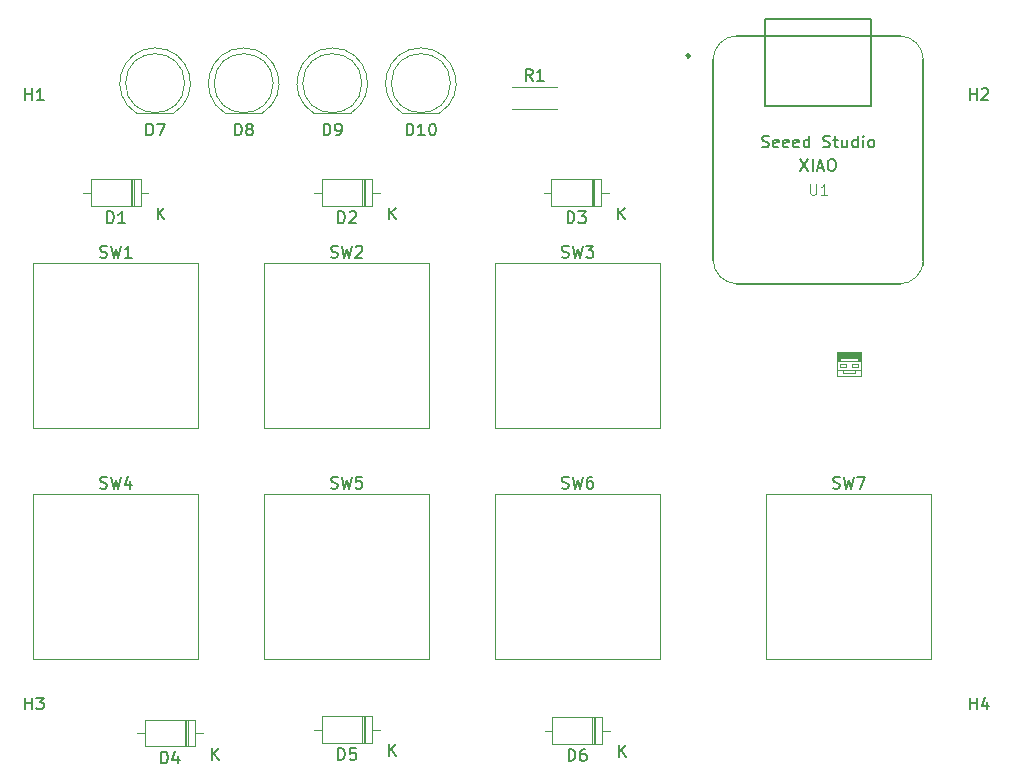
<source format=gbr>
%TF.GenerationSoftware,KiCad,Pcbnew,8.0.6*%
%TF.CreationDate,2024-10-20T16:09:43+03:00*%
%TF.ProjectId,oakpad,6f616b70-6164-42e6-9b69-6361645f7063,rev?*%
%TF.SameCoordinates,Original*%
%TF.FileFunction,Legend,Top*%
%TF.FilePolarity,Positive*%
%FSLAX46Y46*%
G04 Gerber Fmt 4.6, Leading zero omitted, Abs format (unit mm)*
G04 Created by KiCad (PCBNEW 8.0.6) date 2024-10-20 16:09:43*
%MOMM*%
%LPD*%
G01*
G04 APERTURE LIST*
%ADD10C,0.150000*%
%ADD11C,0.101600*%
%ADD12C,0.120000*%
%ADD13C,0.100000*%
%ADD14C,0.127000*%
%ADD15C,0.254000*%
%ADD16C,0.025400*%
G04 APERTURE END LIST*
D10*
X21591667Y-33958200D02*
X21734524Y-34005819D01*
X21734524Y-34005819D02*
X21972619Y-34005819D01*
X21972619Y-34005819D02*
X22067857Y-33958200D01*
X22067857Y-33958200D02*
X22115476Y-33910580D01*
X22115476Y-33910580D02*
X22163095Y-33815342D01*
X22163095Y-33815342D02*
X22163095Y-33720104D01*
X22163095Y-33720104D02*
X22115476Y-33624866D01*
X22115476Y-33624866D02*
X22067857Y-33577247D01*
X22067857Y-33577247D02*
X21972619Y-33529628D01*
X21972619Y-33529628D02*
X21782143Y-33482009D01*
X21782143Y-33482009D02*
X21686905Y-33434390D01*
X21686905Y-33434390D02*
X21639286Y-33386771D01*
X21639286Y-33386771D02*
X21591667Y-33291533D01*
X21591667Y-33291533D02*
X21591667Y-33196295D01*
X21591667Y-33196295D02*
X21639286Y-33101057D01*
X21639286Y-33101057D02*
X21686905Y-33053438D01*
X21686905Y-33053438D02*
X21782143Y-33005819D01*
X21782143Y-33005819D02*
X22020238Y-33005819D01*
X22020238Y-33005819D02*
X22163095Y-33053438D01*
X22496429Y-33005819D02*
X22734524Y-34005819D01*
X22734524Y-34005819D02*
X22925000Y-33291533D01*
X22925000Y-33291533D02*
X23115476Y-34005819D01*
X23115476Y-34005819D02*
X23353572Y-33005819D01*
X24258333Y-34005819D02*
X23686905Y-34005819D01*
X23972619Y-34005819D02*
X23972619Y-33005819D01*
X23972619Y-33005819D02*
X23877381Y-33148676D01*
X23877381Y-33148676D02*
X23782143Y-33243914D01*
X23782143Y-33243914D02*
X23686905Y-33291533D01*
X26761905Y-76824819D02*
X26761905Y-75824819D01*
X26761905Y-75824819D02*
X27000000Y-75824819D01*
X27000000Y-75824819D02*
X27142857Y-75872438D01*
X27142857Y-75872438D02*
X27238095Y-75967676D01*
X27238095Y-75967676D02*
X27285714Y-76062914D01*
X27285714Y-76062914D02*
X27333333Y-76253390D01*
X27333333Y-76253390D02*
X27333333Y-76396247D01*
X27333333Y-76396247D02*
X27285714Y-76586723D01*
X27285714Y-76586723D02*
X27238095Y-76681961D01*
X27238095Y-76681961D02*
X27142857Y-76777200D01*
X27142857Y-76777200D02*
X27000000Y-76824819D01*
X27000000Y-76824819D02*
X26761905Y-76824819D01*
X28190476Y-76158152D02*
X28190476Y-76824819D01*
X27952381Y-75777200D02*
X27714286Y-76491485D01*
X27714286Y-76491485D02*
X28333333Y-76491485D01*
X31048095Y-76504819D02*
X31048095Y-75504819D01*
X31619523Y-76504819D02*
X31190952Y-75933390D01*
X31619523Y-75504819D02*
X31048095Y-76076247D01*
X47535714Y-23644819D02*
X47535714Y-22644819D01*
X47535714Y-22644819D02*
X47773809Y-22644819D01*
X47773809Y-22644819D02*
X47916666Y-22692438D01*
X47916666Y-22692438D02*
X48011904Y-22787676D01*
X48011904Y-22787676D02*
X48059523Y-22882914D01*
X48059523Y-22882914D02*
X48107142Y-23073390D01*
X48107142Y-23073390D02*
X48107142Y-23216247D01*
X48107142Y-23216247D02*
X48059523Y-23406723D01*
X48059523Y-23406723D02*
X48011904Y-23501961D01*
X48011904Y-23501961D02*
X47916666Y-23597200D01*
X47916666Y-23597200D02*
X47773809Y-23644819D01*
X47773809Y-23644819D02*
X47535714Y-23644819D01*
X49059523Y-23644819D02*
X48488095Y-23644819D01*
X48773809Y-23644819D02*
X48773809Y-22644819D01*
X48773809Y-22644819D02*
X48678571Y-22787676D01*
X48678571Y-22787676D02*
X48583333Y-22882914D01*
X48583333Y-22882914D02*
X48488095Y-22930533D01*
X49678571Y-22644819D02*
X49773809Y-22644819D01*
X49773809Y-22644819D02*
X49869047Y-22692438D01*
X49869047Y-22692438D02*
X49916666Y-22740057D01*
X49916666Y-22740057D02*
X49964285Y-22835295D01*
X49964285Y-22835295D02*
X50011904Y-23025771D01*
X50011904Y-23025771D02*
X50011904Y-23263866D01*
X50011904Y-23263866D02*
X49964285Y-23454342D01*
X49964285Y-23454342D02*
X49916666Y-23549580D01*
X49916666Y-23549580D02*
X49869047Y-23597200D01*
X49869047Y-23597200D02*
X49773809Y-23644819D01*
X49773809Y-23644819D02*
X49678571Y-23644819D01*
X49678571Y-23644819D02*
X49583333Y-23597200D01*
X49583333Y-23597200D02*
X49535714Y-23549580D01*
X49535714Y-23549580D02*
X49488095Y-23454342D01*
X49488095Y-23454342D02*
X49440476Y-23263866D01*
X49440476Y-23263866D02*
X49440476Y-23025771D01*
X49440476Y-23025771D02*
X49488095Y-22835295D01*
X49488095Y-22835295D02*
X49535714Y-22740057D01*
X49535714Y-22740057D02*
X49583333Y-22692438D01*
X49583333Y-22692438D02*
X49678571Y-22644819D01*
X60691667Y-33958200D02*
X60834524Y-34005819D01*
X60834524Y-34005819D02*
X61072619Y-34005819D01*
X61072619Y-34005819D02*
X61167857Y-33958200D01*
X61167857Y-33958200D02*
X61215476Y-33910580D01*
X61215476Y-33910580D02*
X61263095Y-33815342D01*
X61263095Y-33815342D02*
X61263095Y-33720104D01*
X61263095Y-33720104D02*
X61215476Y-33624866D01*
X61215476Y-33624866D02*
X61167857Y-33577247D01*
X61167857Y-33577247D02*
X61072619Y-33529628D01*
X61072619Y-33529628D02*
X60882143Y-33482009D01*
X60882143Y-33482009D02*
X60786905Y-33434390D01*
X60786905Y-33434390D02*
X60739286Y-33386771D01*
X60739286Y-33386771D02*
X60691667Y-33291533D01*
X60691667Y-33291533D02*
X60691667Y-33196295D01*
X60691667Y-33196295D02*
X60739286Y-33101057D01*
X60739286Y-33101057D02*
X60786905Y-33053438D01*
X60786905Y-33053438D02*
X60882143Y-33005819D01*
X60882143Y-33005819D02*
X61120238Y-33005819D01*
X61120238Y-33005819D02*
X61263095Y-33053438D01*
X61596429Y-33005819D02*
X61834524Y-34005819D01*
X61834524Y-34005819D02*
X62025000Y-33291533D01*
X62025000Y-33291533D02*
X62215476Y-34005819D01*
X62215476Y-34005819D02*
X62453572Y-33005819D01*
X62739286Y-33005819D02*
X63358333Y-33005819D01*
X63358333Y-33005819D02*
X63025000Y-33386771D01*
X63025000Y-33386771D02*
X63167857Y-33386771D01*
X63167857Y-33386771D02*
X63263095Y-33434390D01*
X63263095Y-33434390D02*
X63310714Y-33482009D01*
X63310714Y-33482009D02*
X63358333Y-33577247D01*
X63358333Y-33577247D02*
X63358333Y-33815342D01*
X63358333Y-33815342D02*
X63310714Y-33910580D01*
X63310714Y-33910580D02*
X63263095Y-33958200D01*
X63263095Y-33958200D02*
X63167857Y-34005819D01*
X63167857Y-34005819D02*
X62882143Y-34005819D01*
X62882143Y-34005819D02*
X62786905Y-33958200D01*
X62786905Y-33958200D02*
X62739286Y-33910580D01*
X41141667Y-53508200D02*
X41284524Y-53555819D01*
X41284524Y-53555819D02*
X41522619Y-53555819D01*
X41522619Y-53555819D02*
X41617857Y-53508200D01*
X41617857Y-53508200D02*
X41665476Y-53460580D01*
X41665476Y-53460580D02*
X41713095Y-53365342D01*
X41713095Y-53365342D02*
X41713095Y-53270104D01*
X41713095Y-53270104D02*
X41665476Y-53174866D01*
X41665476Y-53174866D02*
X41617857Y-53127247D01*
X41617857Y-53127247D02*
X41522619Y-53079628D01*
X41522619Y-53079628D02*
X41332143Y-53032009D01*
X41332143Y-53032009D02*
X41236905Y-52984390D01*
X41236905Y-52984390D02*
X41189286Y-52936771D01*
X41189286Y-52936771D02*
X41141667Y-52841533D01*
X41141667Y-52841533D02*
X41141667Y-52746295D01*
X41141667Y-52746295D02*
X41189286Y-52651057D01*
X41189286Y-52651057D02*
X41236905Y-52603438D01*
X41236905Y-52603438D02*
X41332143Y-52555819D01*
X41332143Y-52555819D02*
X41570238Y-52555819D01*
X41570238Y-52555819D02*
X41713095Y-52603438D01*
X42046429Y-52555819D02*
X42284524Y-53555819D01*
X42284524Y-53555819D02*
X42475000Y-52841533D01*
X42475000Y-52841533D02*
X42665476Y-53555819D01*
X42665476Y-53555819D02*
X42903572Y-52555819D01*
X43760714Y-52555819D02*
X43284524Y-52555819D01*
X43284524Y-52555819D02*
X43236905Y-53032009D01*
X43236905Y-53032009D02*
X43284524Y-52984390D01*
X43284524Y-52984390D02*
X43379762Y-52936771D01*
X43379762Y-52936771D02*
X43617857Y-52936771D01*
X43617857Y-52936771D02*
X43713095Y-52984390D01*
X43713095Y-52984390D02*
X43760714Y-53032009D01*
X43760714Y-53032009D02*
X43808333Y-53127247D01*
X43808333Y-53127247D02*
X43808333Y-53365342D01*
X43808333Y-53365342D02*
X43760714Y-53460580D01*
X43760714Y-53460580D02*
X43713095Y-53508200D01*
X43713095Y-53508200D02*
X43617857Y-53555819D01*
X43617857Y-53555819D02*
X43379762Y-53555819D01*
X43379762Y-53555819D02*
X43284524Y-53508200D01*
X43284524Y-53508200D02*
X43236905Y-53460580D01*
X22181905Y-31074819D02*
X22181905Y-30074819D01*
X22181905Y-30074819D02*
X22420000Y-30074819D01*
X22420000Y-30074819D02*
X22562857Y-30122438D01*
X22562857Y-30122438D02*
X22658095Y-30217676D01*
X22658095Y-30217676D02*
X22705714Y-30312914D01*
X22705714Y-30312914D02*
X22753333Y-30503390D01*
X22753333Y-30503390D02*
X22753333Y-30646247D01*
X22753333Y-30646247D02*
X22705714Y-30836723D01*
X22705714Y-30836723D02*
X22658095Y-30931961D01*
X22658095Y-30931961D02*
X22562857Y-31027200D01*
X22562857Y-31027200D02*
X22420000Y-31074819D01*
X22420000Y-31074819D02*
X22181905Y-31074819D01*
X23705714Y-31074819D02*
X23134286Y-31074819D01*
X23420000Y-31074819D02*
X23420000Y-30074819D01*
X23420000Y-30074819D02*
X23324762Y-30217676D01*
X23324762Y-30217676D02*
X23229524Y-30312914D01*
X23229524Y-30312914D02*
X23134286Y-30360533D01*
X26468095Y-30754819D02*
X26468095Y-29754819D01*
X27039523Y-30754819D02*
X26610952Y-30183390D01*
X27039523Y-29754819D02*
X26468095Y-30326247D01*
X33011905Y-23644819D02*
X33011905Y-22644819D01*
X33011905Y-22644819D02*
X33250000Y-22644819D01*
X33250000Y-22644819D02*
X33392857Y-22692438D01*
X33392857Y-22692438D02*
X33488095Y-22787676D01*
X33488095Y-22787676D02*
X33535714Y-22882914D01*
X33535714Y-22882914D02*
X33583333Y-23073390D01*
X33583333Y-23073390D02*
X33583333Y-23216247D01*
X33583333Y-23216247D02*
X33535714Y-23406723D01*
X33535714Y-23406723D02*
X33488095Y-23501961D01*
X33488095Y-23501961D02*
X33392857Y-23597200D01*
X33392857Y-23597200D02*
X33250000Y-23644819D01*
X33250000Y-23644819D02*
X33011905Y-23644819D01*
X34154762Y-23073390D02*
X34059524Y-23025771D01*
X34059524Y-23025771D02*
X34011905Y-22978152D01*
X34011905Y-22978152D02*
X33964286Y-22882914D01*
X33964286Y-22882914D02*
X33964286Y-22835295D01*
X33964286Y-22835295D02*
X34011905Y-22740057D01*
X34011905Y-22740057D02*
X34059524Y-22692438D01*
X34059524Y-22692438D02*
X34154762Y-22644819D01*
X34154762Y-22644819D02*
X34345238Y-22644819D01*
X34345238Y-22644819D02*
X34440476Y-22692438D01*
X34440476Y-22692438D02*
X34488095Y-22740057D01*
X34488095Y-22740057D02*
X34535714Y-22835295D01*
X34535714Y-22835295D02*
X34535714Y-22882914D01*
X34535714Y-22882914D02*
X34488095Y-22978152D01*
X34488095Y-22978152D02*
X34440476Y-23025771D01*
X34440476Y-23025771D02*
X34345238Y-23073390D01*
X34345238Y-23073390D02*
X34154762Y-23073390D01*
X34154762Y-23073390D02*
X34059524Y-23121009D01*
X34059524Y-23121009D02*
X34011905Y-23168628D01*
X34011905Y-23168628D02*
X33964286Y-23263866D01*
X33964286Y-23263866D02*
X33964286Y-23454342D01*
X33964286Y-23454342D02*
X34011905Y-23549580D01*
X34011905Y-23549580D02*
X34059524Y-23597200D01*
X34059524Y-23597200D02*
X34154762Y-23644819D01*
X34154762Y-23644819D02*
X34345238Y-23644819D01*
X34345238Y-23644819D02*
X34440476Y-23597200D01*
X34440476Y-23597200D02*
X34488095Y-23549580D01*
X34488095Y-23549580D02*
X34535714Y-23454342D01*
X34535714Y-23454342D02*
X34535714Y-23263866D01*
X34535714Y-23263866D02*
X34488095Y-23168628D01*
X34488095Y-23168628D02*
X34440476Y-23121009D01*
X34440476Y-23121009D02*
X34345238Y-23073390D01*
X83641667Y-53508200D02*
X83784524Y-53555819D01*
X83784524Y-53555819D02*
X84022619Y-53555819D01*
X84022619Y-53555819D02*
X84117857Y-53508200D01*
X84117857Y-53508200D02*
X84165476Y-53460580D01*
X84165476Y-53460580D02*
X84213095Y-53365342D01*
X84213095Y-53365342D02*
X84213095Y-53270104D01*
X84213095Y-53270104D02*
X84165476Y-53174866D01*
X84165476Y-53174866D02*
X84117857Y-53127247D01*
X84117857Y-53127247D02*
X84022619Y-53079628D01*
X84022619Y-53079628D02*
X83832143Y-53032009D01*
X83832143Y-53032009D02*
X83736905Y-52984390D01*
X83736905Y-52984390D02*
X83689286Y-52936771D01*
X83689286Y-52936771D02*
X83641667Y-52841533D01*
X83641667Y-52841533D02*
X83641667Y-52746295D01*
X83641667Y-52746295D02*
X83689286Y-52651057D01*
X83689286Y-52651057D02*
X83736905Y-52603438D01*
X83736905Y-52603438D02*
X83832143Y-52555819D01*
X83832143Y-52555819D02*
X84070238Y-52555819D01*
X84070238Y-52555819D02*
X84213095Y-52603438D01*
X84546429Y-52555819D02*
X84784524Y-53555819D01*
X84784524Y-53555819D02*
X84975000Y-52841533D01*
X84975000Y-52841533D02*
X85165476Y-53555819D01*
X85165476Y-53555819D02*
X85403572Y-52555819D01*
X85689286Y-52555819D02*
X86355952Y-52555819D01*
X86355952Y-52555819D02*
X85927381Y-53555819D01*
X41761905Y-31074819D02*
X41761905Y-30074819D01*
X41761905Y-30074819D02*
X42000000Y-30074819D01*
X42000000Y-30074819D02*
X42142857Y-30122438D01*
X42142857Y-30122438D02*
X42238095Y-30217676D01*
X42238095Y-30217676D02*
X42285714Y-30312914D01*
X42285714Y-30312914D02*
X42333333Y-30503390D01*
X42333333Y-30503390D02*
X42333333Y-30646247D01*
X42333333Y-30646247D02*
X42285714Y-30836723D01*
X42285714Y-30836723D02*
X42238095Y-30931961D01*
X42238095Y-30931961D02*
X42142857Y-31027200D01*
X42142857Y-31027200D02*
X42000000Y-31074819D01*
X42000000Y-31074819D02*
X41761905Y-31074819D01*
X42714286Y-30170057D02*
X42761905Y-30122438D01*
X42761905Y-30122438D02*
X42857143Y-30074819D01*
X42857143Y-30074819D02*
X43095238Y-30074819D01*
X43095238Y-30074819D02*
X43190476Y-30122438D01*
X43190476Y-30122438D02*
X43238095Y-30170057D01*
X43238095Y-30170057D02*
X43285714Y-30265295D01*
X43285714Y-30265295D02*
X43285714Y-30360533D01*
X43285714Y-30360533D02*
X43238095Y-30503390D01*
X43238095Y-30503390D02*
X42666667Y-31074819D01*
X42666667Y-31074819D02*
X43285714Y-31074819D01*
X46048095Y-30754819D02*
X46048095Y-29754819D01*
X46619523Y-30754819D02*
X46190952Y-30183390D01*
X46619523Y-29754819D02*
X46048095Y-30326247D01*
X61261905Y-76614819D02*
X61261905Y-75614819D01*
X61261905Y-75614819D02*
X61500000Y-75614819D01*
X61500000Y-75614819D02*
X61642857Y-75662438D01*
X61642857Y-75662438D02*
X61738095Y-75757676D01*
X61738095Y-75757676D02*
X61785714Y-75852914D01*
X61785714Y-75852914D02*
X61833333Y-76043390D01*
X61833333Y-76043390D02*
X61833333Y-76186247D01*
X61833333Y-76186247D02*
X61785714Y-76376723D01*
X61785714Y-76376723D02*
X61738095Y-76471961D01*
X61738095Y-76471961D02*
X61642857Y-76567200D01*
X61642857Y-76567200D02*
X61500000Y-76614819D01*
X61500000Y-76614819D02*
X61261905Y-76614819D01*
X62690476Y-75614819D02*
X62500000Y-75614819D01*
X62500000Y-75614819D02*
X62404762Y-75662438D01*
X62404762Y-75662438D02*
X62357143Y-75710057D01*
X62357143Y-75710057D02*
X62261905Y-75852914D01*
X62261905Y-75852914D02*
X62214286Y-76043390D01*
X62214286Y-76043390D02*
X62214286Y-76424342D01*
X62214286Y-76424342D02*
X62261905Y-76519580D01*
X62261905Y-76519580D02*
X62309524Y-76567200D01*
X62309524Y-76567200D02*
X62404762Y-76614819D01*
X62404762Y-76614819D02*
X62595238Y-76614819D01*
X62595238Y-76614819D02*
X62690476Y-76567200D01*
X62690476Y-76567200D02*
X62738095Y-76519580D01*
X62738095Y-76519580D02*
X62785714Y-76424342D01*
X62785714Y-76424342D02*
X62785714Y-76186247D01*
X62785714Y-76186247D02*
X62738095Y-76091009D01*
X62738095Y-76091009D02*
X62690476Y-76043390D01*
X62690476Y-76043390D02*
X62595238Y-75995771D01*
X62595238Y-75995771D02*
X62404762Y-75995771D01*
X62404762Y-75995771D02*
X62309524Y-76043390D01*
X62309524Y-76043390D02*
X62261905Y-76091009D01*
X62261905Y-76091009D02*
X62214286Y-76186247D01*
X65548095Y-76294819D02*
X65548095Y-75294819D01*
X66119523Y-76294819D02*
X65690952Y-75723390D01*
X66119523Y-75294819D02*
X65548095Y-75866247D01*
X58213333Y-19034819D02*
X57880000Y-18558628D01*
X57641905Y-19034819D02*
X57641905Y-18034819D01*
X57641905Y-18034819D02*
X58022857Y-18034819D01*
X58022857Y-18034819D02*
X58118095Y-18082438D01*
X58118095Y-18082438D02*
X58165714Y-18130057D01*
X58165714Y-18130057D02*
X58213333Y-18225295D01*
X58213333Y-18225295D02*
X58213333Y-18368152D01*
X58213333Y-18368152D02*
X58165714Y-18463390D01*
X58165714Y-18463390D02*
X58118095Y-18511009D01*
X58118095Y-18511009D02*
X58022857Y-18558628D01*
X58022857Y-18558628D02*
X57641905Y-18558628D01*
X59165714Y-19034819D02*
X58594286Y-19034819D01*
X58880000Y-19034819D02*
X58880000Y-18034819D01*
X58880000Y-18034819D02*
X58784762Y-18177676D01*
X58784762Y-18177676D02*
X58689524Y-18272914D01*
X58689524Y-18272914D02*
X58594286Y-18320533D01*
X95238095Y-72254819D02*
X95238095Y-71254819D01*
X95238095Y-71731009D02*
X95809523Y-71731009D01*
X95809523Y-72254819D02*
X95809523Y-71254819D01*
X96714285Y-71588152D02*
X96714285Y-72254819D01*
X96476190Y-71207200D02*
X96238095Y-71921485D01*
X96238095Y-71921485D02*
X96857142Y-71921485D01*
X61181905Y-31074819D02*
X61181905Y-30074819D01*
X61181905Y-30074819D02*
X61420000Y-30074819D01*
X61420000Y-30074819D02*
X61562857Y-30122438D01*
X61562857Y-30122438D02*
X61658095Y-30217676D01*
X61658095Y-30217676D02*
X61705714Y-30312914D01*
X61705714Y-30312914D02*
X61753333Y-30503390D01*
X61753333Y-30503390D02*
X61753333Y-30646247D01*
X61753333Y-30646247D02*
X61705714Y-30836723D01*
X61705714Y-30836723D02*
X61658095Y-30931961D01*
X61658095Y-30931961D02*
X61562857Y-31027200D01*
X61562857Y-31027200D02*
X61420000Y-31074819D01*
X61420000Y-31074819D02*
X61181905Y-31074819D01*
X62086667Y-30074819D02*
X62705714Y-30074819D01*
X62705714Y-30074819D02*
X62372381Y-30455771D01*
X62372381Y-30455771D02*
X62515238Y-30455771D01*
X62515238Y-30455771D02*
X62610476Y-30503390D01*
X62610476Y-30503390D02*
X62658095Y-30551009D01*
X62658095Y-30551009D02*
X62705714Y-30646247D01*
X62705714Y-30646247D02*
X62705714Y-30884342D01*
X62705714Y-30884342D02*
X62658095Y-30979580D01*
X62658095Y-30979580D02*
X62610476Y-31027200D01*
X62610476Y-31027200D02*
X62515238Y-31074819D01*
X62515238Y-31074819D02*
X62229524Y-31074819D01*
X62229524Y-31074819D02*
X62134286Y-31027200D01*
X62134286Y-31027200D02*
X62086667Y-30979580D01*
X65468095Y-30754819D02*
X65468095Y-29754819D01*
X66039523Y-30754819D02*
X65610952Y-30183390D01*
X66039523Y-29754819D02*
X65468095Y-30326247D01*
X41141667Y-33958200D02*
X41284524Y-34005819D01*
X41284524Y-34005819D02*
X41522619Y-34005819D01*
X41522619Y-34005819D02*
X41617857Y-33958200D01*
X41617857Y-33958200D02*
X41665476Y-33910580D01*
X41665476Y-33910580D02*
X41713095Y-33815342D01*
X41713095Y-33815342D02*
X41713095Y-33720104D01*
X41713095Y-33720104D02*
X41665476Y-33624866D01*
X41665476Y-33624866D02*
X41617857Y-33577247D01*
X41617857Y-33577247D02*
X41522619Y-33529628D01*
X41522619Y-33529628D02*
X41332143Y-33482009D01*
X41332143Y-33482009D02*
X41236905Y-33434390D01*
X41236905Y-33434390D02*
X41189286Y-33386771D01*
X41189286Y-33386771D02*
X41141667Y-33291533D01*
X41141667Y-33291533D02*
X41141667Y-33196295D01*
X41141667Y-33196295D02*
X41189286Y-33101057D01*
X41189286Y-33101057D02*
X41236905Y-33053438D01*
X41236905Y-33053438D02*
X41332143Y-33005819D01*
X41332143Y-33005819D02*
X41570238Y-33005819D01*
X41570238Y-33005819D02*
X41713095Y-33053438D01*
X42046429Y-33005819D02*
X42284524Y-34005819D01*
X42284524Y-34005819D02*
X42475000Y-33291533D01*
X42475000Y-33291533D02*
X42665476Y-34005819D01*
X42665476Y-34005819D02*
X42903572Y-33005819D01*
X43236905Y-33101057D02*
X43284524Y-33053438D01*
X43284524Y-33053438D02*
X43379762Y-33005819D01*
X43379762Y-33005819D02*
X43617857Y-33005819D01*
X43617857Y-33005819D02*
X43713095Y-33053438D01*
X43713095Y-33053438D02*
X43760714Y-33101057D01*
X43760714Y-33101057D02*
X43808333Y-33196295D01*
X43808333Y-33196295D02*
X43808333Y-33291533D01*
X43808333Y-33291533D02*
X43760714Y-33434390D01*
X43760714Y-33434390D02*
X43189286Y-34005819D01*
X43189286Y-34005819D02*
X43808333Y-34005819D01*
X95238095Y-20654819D02*
X95238095Y-19654819D01*
X95238095Y-20131009D02*
X95809523Y-20131009D01*
X95809523Y-20654819D02*
X95809523Y-19654819D01*
X96238095Y-19750057D02*
X96285714Y-19702438D01*
X96285714Y-19702438D02*
X96380952Y-19654819D01*
X96380952Y-19654819D02*
X96619047Y-19654819D01*
X96619047Y-19654819D02*
X96714285Y-19702438D01*
X96714285Y-19702438D02*
X96761904Y-19750057D01*
X96761904Y-19750057D02*
X96809523Y-19845295D01*
X96809523Y-19845295D02*
X96809523Y-19940533D01*
X96809523Y-19940533D02*
X96761904Y-20083390D01*
X96761904Y-20083390D02*
X96190476Y-20654819D01*
X96190476Y-20654819D02*
X96809523Y-20654819D01*
X25511905Y-23644819D02*
X25511905Y-22644819D01*
X25511905Y-22644819D02*
X25750000Y-22644819D01*
X25750000Y-22644819D02*
X25892857Y-22692438D01*
X25892857Y-22692438D02*
X25988095Y-22787676D01*
X25988095Y-22787676D02*
X26035714Y-22882914D01*
X26035714Y-22882914D02*
X26083333Y-23073390D01*
X26083333Y-23073390D02*
X26083333Y-23216247D01*
X26083333Y-23216247D02*
X26035714Y-23406723D01*
X26035714Y-23406723D02*
X25988095Y-23501961D01*
X25988095Y-23501961D02*
X25892857Y-23597200D01*
X25892857Y-23597200D02*
X25750000Y-23644819D01*
X25750000Y-23644819D02*
X25511905Y-23644819D01*
X26416667Y-22644819D02*
X27083333Y-22644819D01*
X27083333Y-22644819D02*
X26654762Y-23644819D01*
X21591667Y-53508200D02*
X21734524Y-53555819D01*
X21734524Y-53555819D02*
X21972619Y-53555819D01*
X21972619Y-53555819D02*
X22067857Y-53508200D01*
X22067857Y-53508200D02*
X22115476Y-53460580D01*
X22115476Y-53460580D02*
X22163095Y-53365342D01*
X22163095Y-53365342D02*
X22163095Y-53270104D01*
X22163095Y-53270104D02*
X22115476Y-53174866D01*
X22115476Y-53174866D02*
X22067857Y-53127247D01*
X22067857Y-53127247D02*
X21972619Y-53079628D01*
X21972619Y-53079628D02*
X21782143Y-53032009D01*
X21782143Y-53032009D02*
X21686905Y-52984390D01*
X21686905Y-52984390D02*
X21639286Y-52936771D01*
X21639286Y-52936771D02*
X21591667Y-52841533D01*
X21591667Y-52841533D02*
X21591667Y-52746295D01*
X21591667Y-52746295D02*
X21639286Y-52651057D01*
X21639286Y-52651057D02*
X21686905Y-52603438D01*
X21686905Y-52603438D02*
X21782143Y-52555819D01*
X21782143Y-52555819D02*
X22020238Y-52555819D01*
X22020238Y-52555819D02*
X22163095Y-52603438D01*
X22496429Y-52555819D02*
X22734524Y-53555819D01*
X22734524Y-53555819D02*
X22925000Y-52841533D01*
X22925000Y-52841533D02*
X23115476Y-53555819D01*
X23115476Y-53555819D02*
X23353572Y-52555819D01*
X24163095Y-52889152D02*
X24163095Y-53555819D01*
X23925000Y-52508200D02*
X23686905Y-53222485D01*
X23686905Y-53222485D02*
X24305952Y-53222485D01*
X15238095Y-20654819D02*
X15238095Y-19654819D01*
X15238095Y-20131009D02*
X15809523Y-20131009D01*
X15809523Y-20654819D02*
X15809523Y-19654819D01*
X16809523Y-20654819D02*
X16238095Y-20654819D01*
X16523809Y-20654819D02*
X16523809Y-19654819D01*
X16523809Y-19654819D02*
X16428571Y-19797676D01*
X16428571Y-19797676D02*
X16333333Y-19892914D01*
X16333333Y-19892914D02*
X16238095Y-19940533D01*
D11*
X81717916Y-27769000D02*
X81717916Y-28488667D01*
X81717916Y-28488667D02*
X81760250Y-28573333D01*
X81760250Y-28573333D02*
X81802583Y-28615667D01*
X81802583Y-28615667D02*
X81887250Y-28658000D01*
X81887250Y-28658000D02*
X82056583Y-28658000D01*
X82056583Y-28658000D02*
X82141250Y-28615667D01*
X82141250Y-28615667D02*
X82183583Y-28573333D01*
X82183583Y-28573333D02*
X82225916Y-28488667D01*
X82225916Y-28488667D02*
X82225916Y-27769000D01*
X83114916Y-28658000D02*
X82606916Y-28658000D01*
X82860916Y-28658000D02*
X82860916Y-27769000D01*
X82860916Y-27769000D02*
X82776249Y-27896000D01*
X82776249Y-27896000D02*
X82691583Y-27980667D01*
X82691583Y-27980667D02*
X82606916Y-28023000D01*
D10*
X80871441Y-25666834D02*
X81538107Y-26666834D01*
X81538107Y-25666834D02*
X80871441Y-26666834D01*
X81919060Y-26666834D02*
X81919060Y-25666834D01*
X82347631Y-26381119D02*
X82823821Y-26381119D01*
X82252393Y-26666834D02*
X82585726Y-25666834D01*
X82585726Y-25666834D02*
X82919059Y-26666834D01*
X83442869Y-25666834D02*
X83633345Y-25666834D01*
X83633345Y-25666834D02*
X83728583Y-25714453D01*
X83728583Y-25714453D02*
X83823821Y-25809691D01*
X83823821Y-25809691D02*
X83871440Y-26000167D01*
X83871440Y-26000167D02*
X83871440Y-26333500D01*
X83871440Y-26333500D02*
X83823821Y-26523976D01*
X83823821Y-26523976D02*
X83728583Y-26619215D01*
X83728583Y-26619215D02*
X83633345Y-26666834D01*
X83633345Y-26666834D02*
X83442869Y-26666834D01*
X83442869Y-26666834D02*
X83347631Y-26619215D01*
X83347631Y-26619215D02*
X83252393Y-26523976D01*
X83252393Y-26523976D02*
X83204774Y-26333500D01*
X83204774Y-26333500D02*
X83204774Y-26000167D01*
X83204774Y-26000167D02*
X83252393Y-25809691D01*
X83252393Y-25809691D02*
X83347631Y-25714453D01*
X83347631Y-25714453D02*
X83442869Y-25666834D01*
X77633345Y-24619215D02*
X77776202Y-24666834D01*
X77776202Y-24666834D02*
X78014297Y-24666834D01*
X78014297Y-24666834D02*
X78109535Y-24619215D01*
X78109535Y-24619215D02*
X78157154Y-24571595D01*
X78157154Y-24571595D02*
X78204773Y-24476357D01*
X78204773Y-24476357D02*
X78204773Y-24381119D01*
X78204773Y-24381119D02*
X78157154Y-24285881D01*
X78157154Y-24285881D02*
X78109535Y-24238262D01*
X78109535Y-24238262D02*
X78014297Y-24190643D01*
X78014297Y-24190643D02*
X77823821Y-24143024D01*
X77823821Y-24143024D02*
X77728583Y-24095405D01*
X77728583Y-24095405D02*
X77680964Y-24047786D01*
X77680964Y-24047786D02*
X77633345Y-23952548D01*
X77633345Y-23952548D02*
X77633345Y-23857310D01*
X77633345Y-23857310D02*
X77680964Y-23762072D01*
X77680964Y-23762072D02*
X77728583Y-23714453D01*
X77728583Y-23714453D02*
X77823821Y-23666834D01*
X77823821Y-23666834D02*
X78061916Y-23666834D01*
X78061916Y-23666834D02*
X78204773Y-23714453D01*
X79014297Y-24619215D02*
X78919059Y-24666834D01*
X78919059Y-24666834D02*
X78728583Y-24666834D01*
X78728583Y-24666834D02*
X78633345Y-24619215D01*
X78633345Y-24619215D02*
X78585726Y-24523976D01*
X78585726Y-24523976D02*
X78585726Y-24143024D01*
X78585726Y-24143024D02*
X78633345Y-24047786D01*
X78633345Y-24047786D02*
X78728583Y-24000167D01*
X78728583Y-24000167D02*
X78919059Y-24000167D01*
X78919059Y-24000167D02*
X79014297Y-24047786D01*
X79014297Y-24047786D02*
X79061916Y-24143024D01*
X79061916Y-24143024D02*
X79061916Y-24238262D01*
X79061916Y-24238262D02*
X78585726Y-24333500D01*
X79871440Y-24619215D02*
X79776202Y-24666834D01*
X79776202Y-24666834D02*
X79585726Y-24666834D01*
X79585726Y-24666834D02*
X79490488Y-24619215D01*
X79490488Y-24619215D02*
X79442869Y-24523976D01*
X79442869Y-24523976D02*
X79442869Y-24143024D01*
X79442869Y-24143024D02*
X79490488Y-24047786D01*
X79490488Y-24047786D02*
X79585726Y-24000167D01*
X79585726Y-24000167D02*
X79776202Y-24000167D01*
X79776202Y-24000167D02*
X79871440Y-24047786D01*
X79871440Y-24047786D02*
X79919059Y-24143024D01*
X79919059Y-24143024D02*
X79919059Y-24238262D01*
X79919059Y-24238262D02*
X79442869Y-24333500D01*
X80728583Y-24619215D02*
X80633345Y-24666834D01*
X80633345Y-24666834D02*
X80442869Y-24666834D01*
X80442869Y-24666834D02*
X80347631Y-24619215D01*
X80347631Y-24619215D02*
X80300012Y-24523976D01*
X80300012Y-24523976D02*
X80300012Y-24143024D01*
X80300012Y-24143024D02*
X80347631Y-24047786D01*
X80347631Y-24047786D02*
X80442869Y-24000167D01*
X80442869Y-24000167D02*
X80633345Y-24000167D01*
X80633345Y-24000167D02*
X80728583Y-24047786D01*
X80728583Y-24047786D02*
X80776202Y-24143024D01*
X80776202Y-24143024D02*
X80776202Y-24238262D01*
X80776202Y-24238262D02*
X80300012Y-24333500D01*
X81633345Y-24666834D02*
X81633345Y-23666834D01*
X81633345Y-24619215D02*
X81538107Y-24666834D01*
X81538107Y-24666834D02*
X81347631Y-24666834D01*
X81347631Y-24666834D02*
X81252393Y-24619215D01*
X81252393Y-24619215D02*
X81204774Y-24571595D01*
X81204774Y-24571595D02*
X81157155Y-24476357D01*
X81157155Y-24476357D02*
X81157155Y-24190643D01*
X81157155Y-24190643D02*
X81204774Y-24095405D01*
X81204774Y-24095405D02*
X81252393Y-24047786D01*
X81252393Y-24047786D02*
X81347631Y-24000167D01*
X81347631Y-24000167D02*
X81538107Y-24000167D01*
X81538107Y-24000167D02*
X81633345Y-24047786D01*
X82823822Y-24619215D02*
X82966679Y-24666834D01*
X82966679Y-24666834D02*
X83204774Y-24666834D01*
X83204774Y-24666834D02*
X83300012Y-24619215D01*
X83300012Y-24619215D02*
X83347631Y-24571595D01*
X83347631Y-24571595D02*
X83395250Y-24476357D01*
X83395250Y-24476357D02*
X83395250Y-24381119D01*
X83395250Y-24381119D02*
X83347631Y-24285881D01*
X83347631Y-24285881D02*
X83300012Y-24238262D01*
X83300012Y-24238262D02*
X83204774Y-24190643D01*
X83204774Y-24190643D02*
X83014298Y-24143024D01*
X83014298Y-24143024D02*
X82919060Y-24095405D01*
X82919060Y-24095405D02*
X82871441Y-24047786D01*
X82871441Y-24047786D02*
X82823822Y-23952548D01*
X82823822Y-23952548D02*
X82823822Y-23857310D01*
X82823822Y-23857310D02*
X82871441Y-23762072D01*
X82871441Y-23762072D02*
X82919060Y-23714453D01*
X82919060Y-23714453D02*
X83014298Y-23666834D01*
X83014298Y-23666834D02*
X83252393Y-23666834D01*
X83252393Y-23666834D02*
X83395250Y-23714453D01*
X83680965Y-24000167D02*
X84061917Y-24000167D01*
X83823822Y-23666834D02*
X83823822Y-24523976D01*
X83823822Y-24523976D02*
X83871441Y-24619215D01*
X83871441Y-24619215D02*
X83966679Y-24666834D01*
X83966679Y-24666834D02*
X84061917Y-24666834D01*
X84823822Y-24000167D02*
X84823822Y-24666834D01*
X84395251Y-24000167D02*
X84395251Y-24523976D01*
X84395251Y-24523976D02*
X84442870Y-24619215D01*
X84442870Y-24619215D02*
X84538108Y-24666834D01*
X84538108Y-24666834D02*
X84680965Y-24666834D01*
X84680965Y-24666834D02*
X84776203Y-24619215D01*
X84776203Y-24619215D02*
X84823822Y-24571595D01*
X85728584Y-24666834D02*
X85728584Y-23666834D01*
X85728584Y-24619215D02*
X85633346Y-24666834D01*
X85633346Y-24666834D02*
X85442870Y-24666834D01*
X85442870Y-24666834D02*
X85347632Y-24619215D01*
X85347632Y-24619215D02*
X85300013Y-24571595D01*
X85300013Y-24571595D02*
X85252394Y-24476357D01*
X85252394Y-24476357D02*
X85252394Y-24190643D01*
X85252394Y-24190643D02*
X85300013Y-24095405D01*
X85300013Y-24095405D02*
X85347632Y-24047786D01*
X85347632Y-24047786D02*
X85442870Y-24000167D01*
X85442870Y-24000167D02*
X85633346Y-24000167D01*
X85633346Y-24000167D02*
X85728584Y-24047786D01*
X86204775Y-24666834D02*
X86204775Y-24000167D01*
X86204775Y-23666834D02*
X86157156Y-23714453D01*
X86157156Y-23714453D02*
X86204775Y-23762072D01*
X86204775Y-23762072D02*
X86252394Y-23714453D01*
X86252394Y-23714453D02*
X86204775Y-23666834D01*
X86204775Y-23666834D02*
X86204775Y-23762072D01*
X86823822Y-24666834D02*
X86728584Y-24619215D01*
X86728584Y-24619215D02*
X86680965Y-24571595D01*
X86680965Y-24571595D02*
X86633346Y-24476357D01*
X86633346Y-24476357D02*
X86633346Y-24190643D01*
X86633346Y-24190643D02*
X86680965Y-24095405D01*
X86680965Y-24095405D02*
X86728584Y-24047786D01*
X86728584Y-24047786D02*
X86823822Y-24000167D01*
X86823822Y-24000167D02*
X86966679Y-24000167D01*
X86966679Y-24000167D02*
X87061917Y-24047786D01*
X87061917Y-24047786D02*
X87109536Y-24095405D01*
X87109536Y-24095405D02*
X87157155Y-24190643D01*
X87157155Y-24190643D02*
X87157155Y-24476357D01*
X87157155Y-24476357D02*
X87109536Y-24571595D01*
X87109536Y-24571595D02*
X87061917Y-24619215D01*
X87061917Y-24619215D02*
X86966679Y-24666834D01*
X86966679Y-24666834D02*
X86823822Y-24666834D01*
X60691667Y-53508200D02*
X60834524Y-53555819D01*
X60834524Y-53555819D02*
X61072619Y-53555819D01*
X61072619Y-53555819D02*
X61167857Y-53508200D01*
X61167857Y-53508200D02*
X61215476Y-53460580D01*
X61215476Y-53460580D02*
X61263095Y-53365342D01*
X61263095Y-53365342D02*
X61263095Y-53270104D01*
X61263095Y-53270104D02*
X61215476Y-53174866D01*
X61215476Y-53174866D02*
X61167857Y-53127247D01*
X61167857Y-53127247D02*
X61072619Y-53079628D01*
X61072619Y-53079628D02*
X60882143Y-53032009D01*
X60882143Y-53032009D02*
X60786905Y-52984390D01*
X60786905Y-52984390D02*
X60739286Y-52936771D01*
X60739286Y-52936771D02*
X60691667Y-52841533D01*
X60691667Y-52841533D02*
X60691667Y-52746295D01*
X60691667Y-52746295D02*
X60739286Y-52651057D01*
X60739286Y-52651057D02*
X60786905Y-52603438D01*
X60786905Y-52603438D02*
X60882143Y-52555819D01*
X60882143Y-52555819D02*
X61120238Y-52555819D01*
X61120238Y-52555819D02*
X61263095Y-52603438D01*
X61596429Y-52555819D02*
X61834524Y-53555819D01*
X61834524Y-53555819D02*
X62025000Y-52841533D01*
X62025000Y-52841533D02*
X62215476Y-53555819D01*
X62215476Y-53555819D02*
X62453572Y-52555819D01*
X63263095Y-52555819D02*
X63072619Y-52555819D01*
X63072619Y-52555819D02*
X62977381Y-52603438D01*
X62977381Y-52603438D02*
X62929762Y-52651057D01*
X62929762Y-52651057D02*
X62834524Y-52793914D01*
X62834524Y-52793914D02*
X62786905Y-52984390D01*
X62786905Y-52984390D02*
X62786905Y-53365342D01*
X62786905Y-53365342D02*
X62834524Y-53460580D01*
X62834524Y-53460580D02*
X62882143Y-53508200D01*
X62882143Y-53508200D02*
X62977381Y-53555819D01*
X62977381Y-53555819D02*
X63167857Y-53555819D01*
X63167857Y-53555819D02*
X63263095Y-53508200D01*
X63263095Y-53508200D02*
X63310714Y-53460580D01*
X63310714Y-53460580D02*
X63358333Y-53365342D01*
X63358333Y-53365342D02*
X63358333Y-53127247D01*
X63358333Y-53127247D02*
X63310714Y-53032009D01*
X63310714Y-53032009D02*
X63263095Y-52984390D01*
X63263095Y-52984390D02*
X63167857Y-52936771D01*
X63167857Y-52936771D02*
X62977381Y-52936771D01*
X62977381Y-52936771D02*
X62882143Y-52984390D01*
X62882143Y-52984390D02*
X62834524Y-53032009D01*
X62834524Y-53032009D02*
X62786905Y-53127247D01*
X41761905Y-76534819D02*
X41761905Y-75534819D01*
X41761905Y-75534819D02*
X42000000Y-75534819D01*
X42000000Y-75534819D02*
X42142857Y-75582438D01*
X42142857Y-75582438D02*
X42238095Y-75677676D01*
X42238095Y-75677676D02*
X42285714Y-75772914D01*
X42285714Y-75772914D02*
X42333333Y-75963390D01*
X42333333Y-75963390D02*
X42333333Y-76106247D01*
X42333333Y-76106247D02*
X42285714Y-76296723D01*
X42285714Y-76296723D02*
X42238095Y-76391961D01*
X42238095Y-76391961D02*
X42142857Y-76487200D01*
X42142857Y-76487200D02*
X42000000Y-76534819D01*
X42000000Y-76534819D02*
X41761905Y-76534819D01*
X43238095Y-75534819D02*
X42761905Y-75534819D01*
X42761905Y-75534819D02*
X42714286Y-76011009D01*
X42714286Y-76011009D02*
X42761905Y-75963390D01*
X42761905Y-75963390D02*
X42857143Y-75915771D01*
X42857143Y-75915771D02*
X43095238Y-75915771D01*
X43095238Y-75915771D02*
X43190476Y-75963390D01*
X43190476Y-75963390D02*
X43238095Y-76011009D01*
X43238095Y-76011009D02*
X43285714Y-76106247D01*
X43285714Y-76106247D02*
X43285714Y-76344342D01*
X43285714Y-76344342D02*
X43238095Y-76439580D01*
X43238095Y-76439580D02*
X43190476Y-76487200D01*
X43190476Y-76487200D02*
X43095238Y-76534819D01*
X43095238Y-76534819D02*
X42857143Y-76534819D01*
X42857143Y-76534819D02*
X42761905Y-76487200D01*
X42761905Y-76487200D02*
X42714286Y-76439580D01*
X46048095Y-76214819D02*
X46048095Y-75214819D01*
X46619523Y-76214819D02*
X46190952Y-75643390D01*
X46619523Y-75214819D02*
X46048095Y-75786247D01*
X15238095Y-72254819D02*
X15238095Y-71254819D01*
X15238095Y-71731009D02*
X15809523Y-71731009D01*
X15809523Y-72254819D02*
X15809523Y-71254819D01*
X16190476Y-71254819D02*
X16809523Y-71254819D01*
X16809523Y-71254819D02*
X16476190Y-71635771D01*
X16476190Y-71635771D02*
X16619047Y-71635771D01*
X16619047Y-71635771D02*
X16714285Y-71683390D01*
X16714285Y-71683390D02*
X16761904Y-71731009D01*
X16761904Y-71731009D02*
X16809523Y-71826247D01*
X16809523Y-71826247D02*
X16809523Y-72064342D01*
X16809523Y-72064342D02*
X16761904Y-72159580D01*
X16761904Y-72159580D02*
X16714285Y-72207200D01*
X16714285Y-72207200D02*
X16619047Y-72254819D01*
X16619047Y-72254819D02*
X16333333Y-72254819D01*
X16333333Y-72254819D02*
X16238095Y-72207200D01*
X16238095Y-72207200D02*
X16190476Y-72159580D01*
X40511905Y-23644819D02*
X40511905Y-22644819D01*
X40511905Y-22644819D02*
X40750000Y-22644819D01*
X40750000Y-22644819D02*
X40892857Y-22692438D01*
X40892857Y-22692438D02*
X40988095Y-22787676D01*
X40988095Y-22787676D02*
X41035714Y-22882914D01*
X41035714Y-22882914D02*
X41083333Y-23073390D01*
X41083333Y-23073390D02*
X41083333Y-23216247D01*
X41083333Y-23216247D02*
X41035714Y-23406723D01*
X41035714Y-23406723D02*
X40988095Y-23501961D01*
X40988095Y-23501961D02*
X40892857Y-23597200D01*
X40892857Y-23597200D02*
X40750000Y-23644819D01*
X40750000Y-23644819D02*
X40511905Y-23644819D01*
X41559524Y-23644819D02*
X41750000Y-23644819D01*
X41750000Y-23644819D02*
X41845238Y-23597200D01*
X41845238Y-23597200D02*
X41892857Y-23549580D01*
X41892857Y-23549580D02*
X41988095Y-23406723D01*
X41988095Y-23406723D02*
X42035714Y-23216247D01*
X42035714Y-23216247D02*
X42035714Y-22835295D01*
X42035714Y-22835295D02*
X41988095Y-22740057D01*
X41988095Y-22740057D02*
X41940476Y-22692438D01*
X41940476Y-22692438D02*
X41845238Y-22644819D01*
X41845238Y-22644819D02*
X41654762Y-22644819D01*
X41654762Y-22644819D02*
X41559524Y-22692438D01*
X41559524Y-22692438D02*
X41511905Y-22740057D01*
X41511905Y-22740057D02*
X41464286Y-22835295D01*
X41464286Y-22835295D02*
X41464286Y-23073390D01*
X41464286Y-23073390D02*
X41511905Y-23168628D01*
X41511905Y-23168628D02*
X41559524Y-23216247D01*
X41559524Y-23216247D02*
X41654762Y-23263866D01*
X41654762Y-23263866D02*
X41845238Y-23263866D01*
X41845238Y-23263866D02*
X41940476Y-23216247D01*
X41940476Y-23216247D02*
X41988095Y-23168628D01*
X41988095Y-23168628D02*
X42035714Y-23073390D01*
D12*
%TO.C,SW1*%
X15940000Y-34440000D02*
X29910000Y-34440000D01*
X15940000Y-48410000D02*
X15940000Y-34440000D01*
X29910000Y-34440000D02*
X29910000Y-48410000D01*
X29910000Y-48410000D02*
X15940000Y-48410000D01*
%TO.C,D4*%
X24730000Y-74250000D02*
X25380000Y-74250000D01*
X25380000Y-73130000D02*
X25380000Y-75370000D01*
X25380000Y-75370000D02*
X29620000Y-75370000D01*
X28780000Y-75370000D02*
X28780000Y-73130000D01*
X28900000Y-75370000D02*
X28900000Y-73130000D01*
X29020000Y-75370000D02*
X29020000Y-73130000D01*
X29620000Y-73130000D02*
X25380000Y-73130000D01*
X29620000Y-75370000D02*
X29620000Y-73130000D01*
X30270000Y-74250000D02*
X29620000Y-74250000D01*
%TO.C,D10*%
X47205000Y-21790000D02*
X50295000Y-21790000D01*
X47205170Y-21790000D02*
G75*
G02*
X48750462Y-16240000I1544830J2560000D01*
G01*
X48749538Y-16240000D02*
G75*
G02*
X50294830Y-21790000I462J-2990000D01*
G01*
X51250000Y-19230000D02*
G75*
G02*
X46250000Y-19230000I-2500000J0D01*
G01*
X46250000Y-19230000D02*
G75*
G02*
X51250000Y-19230000I2500000J0D01*
G01*
%TO.C,SW3*%
X55040000Y-34440000D02*
X69010000Y-34440000D01*
X55040000Y-48410000D02*
X55040000Y-34440000D01*
X69010000Y-34440000D02*
X69010000Y-48410000D01*
X69010000Y-48410000D02*
X55040000Y-48410000D01*
%TO.C,SW5*%
X35490000Y-53990000D02*
X49460000Y-53990000D01*
X35490000Y-67960000D02*
X35490000Y-53990000D01*
X49460000Y-53990000D02*
X49460000Y-67960000D01*
X49460000Y-67960000D02*
X35490000Y-67960000D01*
%TO.C,D1*%
X20150000Y-28500000D02*
X20800000Y-28500000D01*
X20800000Y-27380000D02*
X20800000Y-29620000D01*
X20800000Y-29620000D02*
X25040000Y-29620000D01*
X24200000Y-29620000D02*
X24200000Y-27380000D01*
X24320000Y-29620000D02*
X24320000Y-27380000D01*
X24440000Y-29620000D02*
X24440000Y-27380000D01*
X25040000Y-27380000D02*
X20800000Y-27380000D01*
X25040000Y-29620000D02*
X25040000Y-27380000D01*
X25690000Y-28500000D02*
X25040000Y-28500000D01*
%TO.C,D8*%
X32205000Y-21790000D02*
X35295000Y-21790000D01*
X32205170Y-21790000D02*
G75*
G02*
X33750462Y-16240000I1544830J2560000D01*
G01*
X33749538Y-16240000D02*
G75*
G02*
X35294830Y-21790000I462J-2990000D01*
G01*
X36250000Y-19230000D02*
G75*
G02*
X31250000Y-19230000I-2500000J0D01*
G01*
X31250000Y-19230000D02*
G75*
G02*
X36250000Y-19230000I2500000J0D01*
G01*
%TO.C,SW7*%
X77990000Y-53990000D02*
X91960000Y-53990000D01*
X77990000Y-67960000D02*
X77990000Y-53990000D01*
X91960000Y-53990000D02*
X91960000Y-67960000D01*
X91960000Y-67960000D02*
X77990000Y-67960000D01*
%TO.C,D2*%
X39730000Y-28500000D02*
X40380000Y-28500000D01*
X40380000Y-27380000D02*
X40380000Y-29620000D01*
X40380000Y-29620000D02*
X44620000Y-29620000D01*
X43780000Y-29620000D02*
X43780000Y-27380000D01*
X43900000Y-29620000D02*
X43900000Y-27380000D01*
X44020000Y-29620000D02*
X44020000Y-27380000D01*
X44620000Y-27380000D02*
X40380000Y-27380000D01*
X44620000Y-29620000D02*
X44620000Y-27380000D01*
X45270000Y-28500000D02*
X44620000Y-28500000D01*
%TO.C,D6*%
X59230000Y-74040000D02*
X59880000Y-74040000D01*
X59880000Y-72920000D02*
X59880000Y-75160000D01*
X59880000Y-75160000D02*
X64120000Y-75160000D01*
X63280000Y-75160000D02*
X63280000Y-72920000D01*
X63400000Y-75160000D02*
X63400000Y-72920000D01*
X63520000Y-75160000D02*
X63520000Y-72920000D01*
X64120000Y-72920000D02*
X59880000Y-72920000D01*
X64120000Y-75160000D02*
X64120000Y-72920000D01*
X64770000Y-74040000D02*
X64120000Y-74040000D01*
%TO.C,R1*%
X56460000Y-19580000D02*
X60300000Y-19580000D01*
X56460000Y-21420000D02*
X60300000Y-21420000D01*
%TO.C,D3*%
X59150000Y-28500000D02*
X59800000Y-28500000D01*
X59800000Y-27380000D02*
X59800000Y-29620000D01*
X59800000Y-29620000D02*
X64040000Y-29620000D01*
X63200000Y-29620000D02*
X63200000Y-27380000D01*
X63320000Y-29620000D02*
X63320000Y-27380000D01*
X63440000Y-29620000D02*
X63440000Y-27380000D01*
X64040000Y-27380000D02*
X59800000Y-27380000D01*
X64040000Y-29620000D02*
X64040000Y-27380000D01*
X64690000Y-28500000D02*
X64040000Y-28500000D01*
%TO.C,SW2*%
X35490000Y-34440000D02*
X49460000Y-34440000D01*
X35490000Y-48410000D02*
X35490000Y-34440000D01*
X49460000Y-34440000D02*
X49460000Y-48410000D01*
X49460000Y-48410000D02*
X35490000Y-48410000D01*
%TO.C,D7*%
X24705000Y-21790000D02*
X27795000Y-21790000D01*
X24705170Y-21790000D02*
G75*
G02*
X26250462Y-16240000I1544830J2560000D01*
G01*
X26249538Y-16240000D02*
G75*
G02*
X27794830Y-21790000I462J-2990000D01*
G01*
X28750000Y-19230000D02*
G75*
G02*
X23750000Y-19230000I-2500000J0D01*
G01*
X23750000Y-19230000D02*
G75*
G02*
X28750000Y-19230000I2500000J0D01*
G01*
%TO.C,SW4*%
X15940000Y-53990000D02*
X29910000Y-53990000D01*
X15940000Y-67960000D02*
X15940000Y-53990000D01*
X29910000Y-53990000D02*
X29910000Y-67960000D01*
X29910000Y-67960000D02*
X15940000Y-67960000D01*
%TO.C,REF\u002A\u002A*%
D13*
X84000000Y-42000000D02*
X86000000Y-42000000D01*
X86000000Y-44000000D01*
X84000000Y-44000000D01*
X84000000Y-42000000D01*
X84000000Y-42750000D02*
X86000000Y-42750000D01*
X86000000Y-43500000D01*
X84000000Y-43500000D01*
X84000000Y-42750000D01*
X84250000Y-43000000D02*
X84750000Y-43000000D01*
X84750000Y-43250000D01*
X84250000Y-43250000D01*
X84250000Y-43000000D01*
X84500000Y-43500000D02*
X85500000Y-43500000D01*
X85500000Y-43750000D01*
X84500000Y-43750000D01*
X84500000Y-43500000D01*
X85250000Y-43000000D02*
X85750000Y-43000000D01*
X85750000Y-43250000D01*
X85250000Y-43250000D01*
X85250000Y-43000000D01*
X86000000Y-42750000D02*
X85750000Y-42750000D01*
X85750000Y-42500000D01*
X84250000Y-42500000D01*
X84250000Y-42750000D01*
X84000000Y-42750000D01*
X84000000Y-42000000D01*
X86000000Y-42000000D01*
X86000000Y-42750000D01*
G36*
X86000000Y-42750000D02*
G01*
X85750000Y-42750000D01*
X85750000Y-42500000D01*
X84250000Y-42500000D01*
X84250000Y-42750000D01*
X84000000Y-42750000D01*
X84000000Y-42000000D01*
X86000000Y-42000000D01*
X86000000Y-42750000D01*
G37*
D14*
%TO.C,U1*%
X73495250Y-17212015D02*
X73495250Y-34212015D01*
X75495250Y-36212015D02*
X89295250Y-36212015D01*
X77895250Y-13787985D02*
X86895250Y-13787985D01*
X77895250Y-21141285D02*
X77895250Y-13787985D01*
X86895250Y-13787985D02*
X86895250Y-21141285D01*
X86895250Y-21141285D02*
X77895250Y-21141285D01*
X89295250Y-15212925D02*
X75495250Y-15212925D01*
X91295250Y-34212015D02*
X91295250Y-17212015D01*
D12*
X73495250Y-17212015D02*
G75*
G02*
X75495250Y-15212015I2044612J-44612D01*
G01*
X75495250Y-36212015D02*
G75*
G02*
X73495250Y-34212015I44857J2044857D01*
G01*
X89295250Y-15212015D02*
G75*
G02*
X91295250Y-17212015I-44600J-2044600D01*
G01*
X91295250Y-34212015D02*
G75*
G02*
X89295250Y-36212015I-2000000J0D01*
G01*
D15*
X71522250Y-16912015D02*
G75*
G02*
X71268250Y-16912015I-127000J0D01*
G01*
X71268250Y-16912015D02*
G75*
G02*
X71522250Y-16912015I127000J0D01*
G01*
D16*
X73507535Y-17150310D02*
X73510583Y-17101542D01*
X73514647Y-17052521D01*
X73507535Y-17150310D01*
X91282963Y-34282865D02*
X91279915Y-34331633D01*
X91275851Y-34380654D01*
X91270518Y-34429422D01*
X91263914Y-34478190D01*
X91256294Y-34526705D01*
X91247403Y-34574965D01*
X91237498Y-34622970D01*
X91284742Y-34233589D01*
X91282963Y-34282865D01*
D12*
%TO.C,SW6*%
X55040000Y-53990000D02*
X69010000Y-53990000D01*
X55040000Y-67960000D02*
X55040000Y-53990000D01*
X69010000Y-53990000D02*
X69010000Y-67960000D01*
X69010000Y-67960000D02*
X55040000Y-67960000D01*
%TO.C,D5*%
X39730000Y-73960000D02*
X40380000Y-73960000D01*
X40380000Y-72840000D02*
X40380000Y-75080000D01*
X40380000Y-75080000D02*
X44620000Y-75080000D01*
X43780000Y-75080000D02*
X43780000Y-72840000D01*
X43900000Y-75080000D02*
X43900000Y-72840000D01*
X44020000Y-75080000D02*
X44020000Y-72840000D01*
X44620000Y-72840000D02*
X40380000Y-72840000D01*
X44620000Y-75080000D02*
X44620000Y-72840000D01*
X45270000Y-73960000D02*
X44620000Y-73960000D01*
%TO.C,D9*%
X39705000Y-21790000D02*
X42795000Y-21790000D01*
X39705170Y-21790000D02*
G75*
G02*
X41250462Y-16240000I1544830J2560000D01*
G01*
X41249538Y-16240000D02*
G75*
G02*
X42794830Y-21790000I462J-2990000D01*
G01*
X43750000Y-19230000D02*
G75*
G02*
X38750000Y-19230000I-2500000J0D01*
G01*
X38750000Y-19230000D02*
G75*
G02*
X43750000Y-19230000I2500000J0D01*
G01*
%TD*%
M02*

</source>
